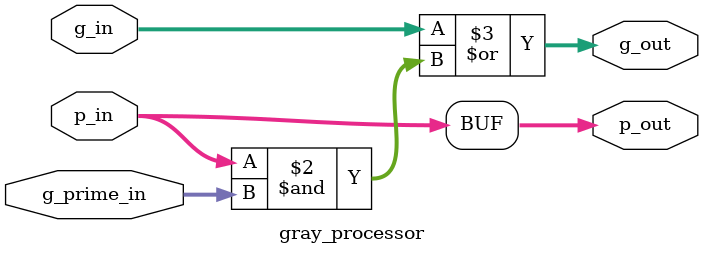
<source format=sv>
/*******************************************************************************
  Copyright 2019 Supranational LLC

  Licensed under the Apache License, Version 2.0 (the "License");
  you may not use this file except in compliance with the License.
  You may obtain a copy of the License at

    http://www.apache.org/licenses/LICENSE-2.0

  Unless required by applicable law or agreed to in writing, software
  distributed under the License is distributed on an "AS IS" BASIS,
  WITHOUT WARRANTIES OR CONDITIONS OF ANY KIND, either express or implied.
  See the License for the specific language governing permissions and
  limitations under the License.
*******************************************************************************/

module gray_processor
  #(
    parameter int BIT_LEN      = 17
    )
  (
   input  logic [BIT_LEN-1:0] g_in,
   input  logic [BIT_LEN-1:0] p_in,
   input  logic [BIT_LEN-1:0] g_prime_in,
   output logic [BIT_LEN-1:0] g_out,
   output logic [BIT_LEN-1:0] p_out
   );
  
  always_comb begin
    g_out = g_in | (p_in & g_prime_in);
    p_out = p_in;
  end
endmodule

</source>
